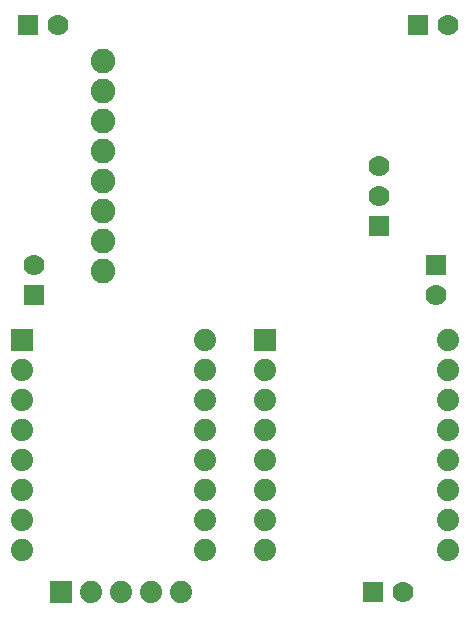
<source format=gbs>
G04 ---------------------------- Layer name :BOTTOM SOLDER LAYER*
G04 EasyEDA v5.6.15, Thu, 02 Aug 2018 18:58:32 GMT*
G04 5b09e127fb854e9390a9dbda6a4debf4*
G04 Gerber Generator version 0.2*
G04 Scale: 100 percent, Rotated: No, Reflected: No *
G04 Dimensions in inches *
G04 leading zeros omitted , absolute positions ,2 integer and 4 decimal *
%FSLAX24Y24*%
%MOIN*%
G90*
G70D02*

%ADD18C,0.082000*%
%ADD29R,0.074000X0.074000*%
%ADD30C,0.074000*%
%ADD31R,0.070000X0.070000*%
%ADD32C,0.070000*%

%LPD*%
G54D29*
G01X2100Y700D03*
G54D30*
G01X3100Y700D03*
G01X4100Y700D03*
G01X5100Y700D03*
G01X6100Y700D03*
G54D29*
G01X800Y9100D03*
G54D30*
G01X6900Y9100D03*
G01X800Y8100D03*
G01X800Y7100D03*
G01X800Y6100D03*
G01X800Y5100D03*
G01X800Y4100D03*
G01X800Y3100D03*
G01X800Y2100D03*
G01X6900Y8100D03*
G01X6900Y7100D03*
G01X6900Y6100D03*
G01X6900Y5100D03*
G01X6900Y4100D03*
G01X6900Y3100D03*
G01X6900Y2100D03*
G54D29*
G01X8900Y9100D03*
G54D30*
G01X15000Y9100D03*
G01X8900Y8100D03*
G01X8900Y7100D03*
G01X8900Y6100D03*
G01X8900Y5100D03*
G01X8900Y4100D03*
G01X8900Y3100D03*
G01X8900Y2100D03*
G01X15000Y8100D03*
G01X15000Y7100D03*
G01X15000Y6100D03*
G01X15000Y5100D03*
G01X15000Y4100D03*
G01X15000Y3100D03*
G01X15000Y2100D03*
G54D31*
G01X1000Y19600D03*
G54D32*
G01X2000Y19600D03*
G54D31*
G01X1200Y10600D03*
G54D32*
G01X1200Y11600D03*
G54D31*
G01X14000Y19600D03*
G54D32*
G01X15000Y19600D03*
G54D31*
G01X14600Y11600D03*
G54D32*
G01X14600Y10600D03*
G54D31*
G01X12500Y700D03*
G54D32*
G01X13500Y700D03*
G54D18*
G01X3500Y18400D03*
G01X3500Y17400D03*
G01X3500Y16400D03*
G01X3500Y15400D03*
G01X3500Y14400D03*
G01X3500Y13400D03*
G01X3500Y12400D03*
G01X3500Y11400D03*
G54D32*
G01X12700Y14900D03*
G01X12700Y13900D03*
G54D31*
G01X12700Y12900D03*
M00*
M02*

</source>
